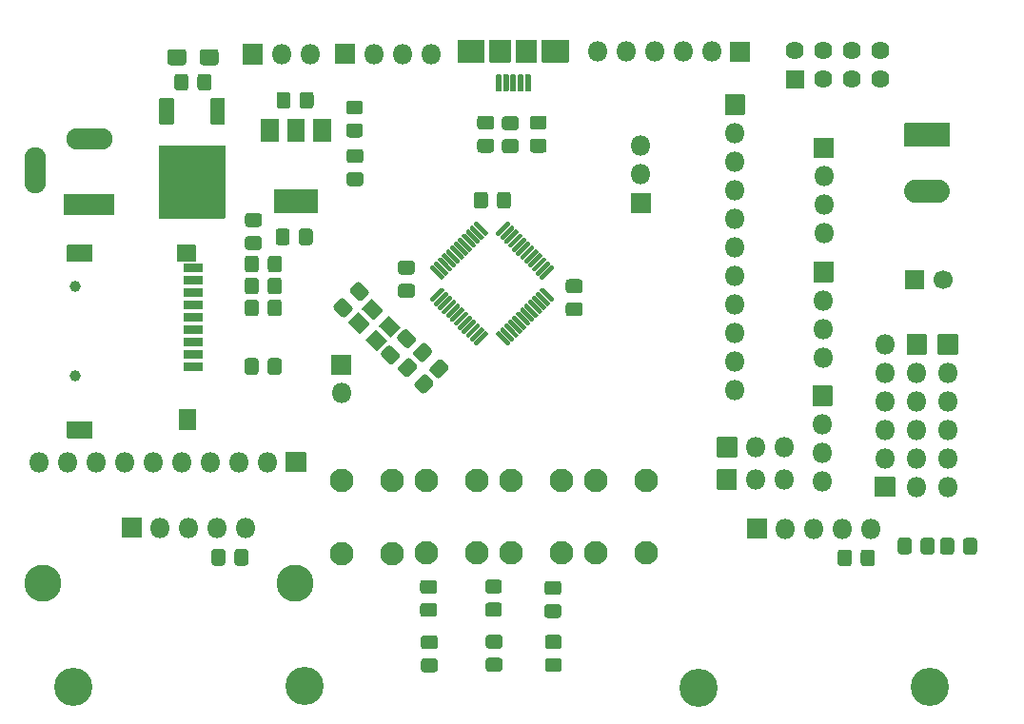
<source format=gbr>
%TF.GenerationSoftware,KiCad,Pcbnew,(5.99.0-3293-g62433736b)*%
%TF.CreationDate,2020-10-14T19:58:00+07:00*%
%TF.ProjectId,C21_board,4332315f-626f-4617-9264-2e6b69636164,rev?*%
%TF.SameCoordinates,Original*%
%TF.FileFunction,Soldermask,Top*%
%TF.FilePolarity,Negative*%
%FSLAX46Y46*%
G04 Gerber Fmt 4.6, Leading zero omitted, Abs format (unit mm)*
G04 Created by KiCad (PCBNEW (5.99.0-3293-g62433736b)) date 2020-10-14 19:58:00*
%MOMM*%
%LPD*%
G01*
G04 APERTURE LIST*
%ADD10O,1.800000X1.800000*%
%ADD11C,3.300000*%
%ADD12C,3.400000*%
%ADD13C,1.000000*%
%ADD14C,1.624000*%
%ADD15O,4.100000X1.900000*%
%ADD16O,1.900000X4.100000*%
%ADD17O,4.060000X2.080000*%
%ADD18C,2.100000*%
%ADD19C,1.700000*%
G04 APERTURE END LIST*
%TO.C,C5*%
G36*
G01*
X119970000Y-66578261D02*
X119970000Y-65621739D01*
G75*
G02*
X120241739Y-65350000I271739J0D01*
G01*
X120948261Y-65350000D01*
G75*
G02*
X121220000Y-65621739I0J-271739D01*
G01*
X121220000Y-66578261D01*
G75*
G02*
X120948261Y-66850000I-271739J0D01*
G01*
X120241739Y-66850000D01*
G75*
G02*
X119970000Y-66578261I0J271739D01*
G01*
G37*
G36*
G01*
X122020000Y-66578261D02*
X122020000Y-65621739D01*
G75*
G02*
X122291739Y-65350000I271739J0D01*
G01*
X122998261Y-65350000D01*
G75*
G02*
X123270000Y-65621739I0J-271739D01*
G01*
X123270000Y-66578261D01*
G75*
G02*
X122998261Y-66850000I-271739J0D01*
G01*
X122291739Y-66850000D01*
G75*
G02*
X122020000Y-66578261I0J271739D01*
G01*
G37*
%TD*%
%TO.C,C6*%
G36*
G01*
X131046739Y-80375000D02*
X132003261Y-80375000D01*
G75*
G02*
X132275000Y-80646739I0J-271739D01*
G01*
X132275000Y-81353261D01*
G75*
G02*
X132003261Y-81625000I-271739J0D01*
G01*
X131046739Y-81625000D01*
G75*
G02*
X130775000Y-81353261I0J271739D01*
G01*
X130775000Y-80646739D01*
G75*
G02*
X131046739Y-80375000I271739J0D01*
G01*
G37*
G36*
G01*
X131046739Y-82425000D02*
X132003261Y-82425000D01*
G75*
G02*
X132275000Y-82696739I0J-271739D01*
G01*
X132275000Y-83403261D01*
G75*
G02*
X132003261Y-83675000I-271739J0D01*
G01*
X131046739Y-83675000D01*
G75*
G02*
X130775000Y-83403261I0J271739D01*
G01*
X130775000Y-82696739D01*
G75*
G02*
X131046739Y-82425000I271739J0D01*
G01*
G37*
%TD*%
%TO.C,C7*%
G36*
G01*
X119890000Y-78743261D02*
X119890000Y-77786739D01*
G75*
G02*
X120161739Y-77515000I271739J0D01*
G01*
X120868261Y-77515000D01*
G75*
G02*
X121140000Y-77786739I0J-271739D01*
G01*
X121140000Y-78743261D01*
G75*
G02*
X120868261Y-79015000I-271739J0D01*
G01*
X120161739Y-79015000D01*
G75*
G02*
X119890000Y-78743261I0J271739D01*
G01*
G37*
G36*
G01*
X121940000Y-78743261D02*
X121940000Y-77786739D01*
G75*
G02*
X122211739Y-77515000I271739J0D01*
G01*
X122918261Y-77515000D01*
G75*
G02*
X123190000Y-77786739I0J-271739D01*
G01*
X123190000Y-78743261D01*
G75*
G02*
X122918261Y-79015000I-271739J0D01*
G01*
X122211739Y-79015000D01*
G75*
G02*
X121940000Y-78743261I0J271739D01*
G01*
G37*
%TD*%
%TO.C,C8*%
G36*
G01*
X133854907Y-91453544D02*
X133178544Y-92129907D01*
G75*
G02*
X132794248Y-92129907I-192148J192148D01*
G01*
X132294661Y-91630320D01*
G75*
G02*
X132294661Y-91246024I192148J192148D01*
G01*
X132971024Y-90569661D01*
G75*
G02*
X133355320Y-90569661I192148J-192148D01*
G01*
X133854907Y-91069248D01*
G75*
G02*
X133854907Y-91453544I-192148J-192148D01*
G01*
G37*
G36*
G01*
X132405339Y-90003976D02*
X131728976Y-90680339D01*
G75*
G02*
X131344680Y-90680339I-192148J192148D01*
G01*
X130845093Y-90180752D01*
G75*
G02*
X130845093Y-89796456I192148J192148D01*
G01*
X131521456Y-89120093D01*
G75*
G02*
X131905752Y-89120093I192148J-192148D01*
G01*
X132405339Y-89619680D01*
G75*
G02*
X132405339Y-90003976I-192148J-192148D01*
G01*
G37*
%TD*%
%TO.C,C10*%
G36*
G01*
X145971739Y-82025000D02*
X146928261Y-82025000D01*
G75*
G02*
X147200000Y-82296739I0J-271739D01*
G01*
X147200000Y-83003261D01*
G75*
G02*
X146928261Y-83275000I-271739J0D01*
G01*
X145971739Y-83275000D01*
G75*
G02*
X145700000Y-83003261I0J271739D01*
G01*
X145700000Y-82296739D01*
G75*
G02*
X145971739Y-82025000I271739J0D01*
G01*
G37*
G36*
G01*
X145971739Y-84075000D02*
X146928261Y-84075000D01*
G75*
G02*
X147200000Y-84346739I0J-271739D01*
G01*
X147200000Y-85053261D01*
G75*
G02*
X146928261Y-85325000I-271739J0D01*
G01*
X145971739Y-85325000D01*
G75*
G02*
X145700000Y-85053261I0J271739D01*
G01*
X145700000Y-84346739D01*
G75*
G02*
X145971739Y-84075000I271739J0D01*
G01*
G37*
%TD*%
%TO.C,C11*%
G36*
G01*
X137525000Y-75478261D02*
X137525000Y-74521739D01*
G75*
G02*
X137796739Y-74250000I271739J0D01*
G01*
X138503261Y-74250000D01*
G75*
G02*
X138775000Y-74521739I0J-271739D01*
G01*
X138775000Y-75478261D01*
G75*
G02*
X138503261Y-75750000I-271739J0D01*
G01*
X137796739Y-75750000D01*
G75*
G02*
X137525000Y-75478261I0J271739D01*
G01*
G37*
G36*
G01*
X139575000Y-75478261D02*
X139575000Y-74521739D01*
G75*
G02*
X139846739Y-74250000I271739J0D01*
G01*
X140553261Y-74250000D01*
G75*
G02*
X140825000Y-74521739I0J-271739D01*
G01*
X140825000Y-75478261D01*
G75*
G02*
X140553261Y-75750000I-271739J0D01*
G01*
X139846739Y-75750000D01*
G75*
G02*
X139575000Y-75478261I0J271739D01*
G01*
G37*
%TD*%
%TO.C,C12*%
G36*
G01*
X114175000Y-107253261D02*
X114175000Y-106296739D01*
G75*
G02*
X114446739Y-106025000I271739J0D01*
G01*
X115153261Y-106025000D01*
G75*
G02*
X115425000Y-106296739I0J-271739D01*
G01*
X115425000Y-107253261D01*
G75*
G02*
X115153261Y-107525000I-271739J0D01*
G01*
X114446739Y-107525000D01*
G75*
G02*
X114175000Y-107253261I0J271739D01*
G01*
G37*
G36*
G01*
X116225000Y-107253261D02*
X116225000Y-106296739D01*
G75*
G02*
X116496739Y-106025000I271739J0D01*
G01*
X117203261Y-106025000D01*
G75*
G02*
X117475000Y-106296739I0J-271739D01*
G01*
X117475000Y-107253261D01*
G75*
G02*
X117203261Y-107525000I-271739J0D01*
G01*
X116496739Y-107525000D01*
G75*
G02*
X116225000Y-107253261I0J271739D01*
G01*
G37*
%TD*%
%TO.C,C15*%
G36*
G01*
X135204907Y-90103544D02*
X134528544Y-90779907D01*
G75*
G02*
X134144248Y-90779907I-192148J192148D01*
G01*
X133644661Y-90280320D01*
G75*
G02*
X133644661Y-89896024I192148J192148D01*
G01*
X134321024Y-89219661D01*
G75*
G02*
X134705320Y-89219661I192148J-192148D01*
G01*
X135204907Y-89719248D01*
G75*
G02*
X135204907Y-90103544I-192148J-192148D01*
G01*
G37*
G36*
G01*
X133755339Y-88653976D02*
X133078976Y-89330339D01*
G75*
G02*
X132694680Y-89330339I-192148J192148D01*
G01*
X132195093Y-88830752D01*
G75*
G02*
X132195093Y-88446456I192148J192148D01*
G01*
X132871456Y-87770093D01*
G75*
G02*
X133255752Y-87770093I192148J-192148D01*
G01*
X133755339Y-88269680D01*
G75*
G02*
X133755339Y-88653976I-192148J-192148D01*
G01*
G37*
%TD*%
%TO.C,3.3v*%
G36*
G01*
X126431739Y-66115000D02*
X127388261Y-66115000D01*
G75*
G02*
X127660000Y-66386739I0J-271739D01*
G01*
X127660000Y-67093261D01*
G75*
G02*
X127388261Y-67365000I-271739J0D01*
G01*
X126431739Y-67365000D01*
G75*
G02*
X126160000Y-67093261I0J271739D01*
G01*
X126160000Y-66386739D01*
G75*
G02*
X126431739Y-66115000I271739J0D01*
G01*
G37*
G36*
G01*
X126431739Y-68165000D02*
X127388261Y-68165000D01*
G75*
G02*
X127660000Y-68436739I0J-271739D01*
G01*
X127660000Y-69143261D01*
G75*
G02*
X127388261Y-69415000I-271739J0D01*
G01*
X126431739Y-69415000D01*
G75*
G02*
X126160000Y-69143261I0J271739D01*
G01*
X126160000Y-68436739D01*
G75*
G02*
X126431739Y-68165000I271739J0D01*
G01*
G37*
%TD*%
%TO.C,BOOT0*%
G36*
G01*
X118697059Y-62900000D02*
X117002941Y-62900000D01*
G75*
G02*
X116950000Y-62847059I0J52941D01*
G01*
X116950000Y-61152941D01*
G75*
G02*
X117002941Y-61100000I52941J0D01*
G01*
X118697059Y-61100000D01*
G75*
G02*
X118750000Y-61152941I0J-52941D01*
G01*
X118750000Y-62847059D01*
G75*
G02*
X118697059Y-62900000I-52941J0D01*
G01*
G37*
D10*
X120390000Y-62000000D03*
X122930000Y-62000000D03*
%TD*%
%TO.C,MPU9250*%
G36*
G01*
X120842941Y-97395000D02*
X122537059Y-97395000D01*
G75*
G02*
X122590000Y-97447941I0J-52941D01*
G01*
X122590000Y-99142059D01*
G75*
G02*
X122537059Y-99195000I-52941J0D01*
G01*
X120842941Y-99195000D01*
G75*
G02*
X120790000Y-99142059I0J52941D01*
G01*
X120790000Y-97447941D01*
G75*
G02*
X120842941Y-97395000I52941J0D01*
G01*
G37*
X119150000Y-98295000D03*
X116610000Y-98295000D03*
X114070000Y-98295000D03*
X111530000Y-98295000D03*
X108990000Y-98295000D03*
X106450000Y-98295000D03*
X103910000Y-98295000D03*
X101370000Y-98295000D03*
X98830000Y-98295000D03*
D11*
X121640000Y-109120000D03*
X99190000Y-109070000D03*
%TD*%
%TO.C,J4*%
G36*
G01*
X163562059Y-105125000D02*
X161867941Y-105125000D01*
G75*
G02*
X161815000Y-105072059I0J52941D01*
G01*
X161815000Y-103377941D01*
G75*
G02*
X161867941Y-103325000I52941J0D01*
G01*
X163562059Y-103325000D01*
G75*
G02*
X163615000Y-103377941I0J-52941D01*
G01*
X163615000Y-105072059D01*
G75*
G02*
X163562059Y-105125000I-52941J0D01*
G01*
G37*
D10*
X165255000Y-104225000D03*
X167795000Y-104225000D03*
X170335000Y-104225000D03*
X172875000Y-104225000D03*
D12*
X157515000Y-118375000D03*
X178105000Y-118315000D03*
%TD*%
%TO.C,3.3v CLK DIO GND*%
G36*
G01*
X126917059Y-62890000D02*
X125222941Y-62890000D01*
G75*
G02*
X125170000Y-62837059I0J52941D01*
G01*
X125170000Y-61142941D01*
G75*
G02*
X125222941Y-61090000I52941J0D01*
G01*
X126917059Y-61090000D01*
G75*
G02*
X126970000Y-61142941I0J-52941D01*
G01*
X126970000Y-62837059D01*
G75*
G02*
X126917059Y-62890000I-52941J0D01*
G01*
G37*
D10*
X128610000Y-61990000D03*
X131150000Y-61990000D03*
X133690000Y-61990000D03*
%TD*%
%TO.C,HC05*%
G36*
G01*
X160352941Y-60875000D02*
X162047059Y-60875000D01*
G75*
G02*
X162100000Y-60927941I0J-52941D01*
G01*
X162100000Y-62622059D01*
G75*
G02*
X162047059Y-62675000I-52941J0D01*
G01*
X160352941Y-62675000D01*
G75*
G02*
X160300000Y-62622059I0J52941D01*
G01*
X160300000Y-60927941D01*
G75*
G02*
X160352941Y-60875000I52941J0D01*
G01*
G37*
X158660000Y-61775000D03*
X156120000Y-61775000D03*
X153580000Y-61775000D03*
X151040000Y-61775000D03*
X148500000Y-61775000D03*
%TD*%
%TO.C,J7*%
G36*
G01*
X107922059Y-105050000D02*
X106227941Y-105050000D01*
G75*
G02*
X106175000Y-104997059I0J52941D01*
G01*
X106175000Y-103302941D01*
G75*
G02*
X106227941Y-103250000I52941J0D01*
G01*
X107922059Y-103250000D01*
G75*
G02*
X107975000Y-103302941I0J-52941D01*
G01*
X107975000Y-104997059D01*
G75*
G02*
X107922059Y-105050000I-52941J0D01*
G01*
G37*
X109615000Y-104150000D03*
X112155000Y-104150000D03*
X114695000Y-104150000D03*
X117235000Y-104150000D03*
D12*
X101875000Y-118300000D03*
X122465000Y-118240000D03*
%TD*%
%TO.C,LCD*%
G36*
G01*
X159850000Y-67347059D02*
X159850000Y-65652941D01*
G75*
G02*
X159902941Y-65600000I52941J0D01*
G01*
X161597059Y-65600000D01*
G75*
G02*
X161650000Y-65652941I0J-52941D01*
G01*
X161650000Y-67347059D01*
G75*
G02*
X161597059Y-67400000I-52941J0D01*
G01*
X159902941Y-67400000D01*
G75*
G02*
X159850000Y-67347059I0J52941D01*
G01*
G37*
D10*
X160750000Y-69040000D03*
X160750000Y-71580000D03*
X160750000Y-74120000D03*
X160750000Y-76660000D03*
X160750000Y-79200000D03*
X160750000Y-81740000D03*
X160750000Y-84280000D03*
X160750000Y-86820000D03*
X160750000Y-89360000D03*
X160750000Y-91900000D03*
%TD*%
%TO.C,SD CARD*%
G36*
G01*
X111767143Y-89425000D02*
X113352857Y-89425000D01*
G75*
G02*
X113410000Y-89482143I0J-57143D01*
G01*
X113410000Y-90167857D01*
G75*
G02*
X113352857Y-90225000I-57143J0D01*
G01*
X111767143Y-90225000D01*
G75*
G02*
X111710000Y-90167857I0J57143D01*
G01*
X111710000Y-89482143D01*
G75*
G02*
X111767143Y-89425000I57143J0D01*
G01*
G37*
G36*
G01*
X111767143Y-88325000D02*
X113352857Y-88325000D01*
G75*
G02*
X113410000Y-88382143I0J-57143D01*
G01*
X113410000Y-89067857D01*
G75*
G02*
X113352857Y-89125000I-57143J0D01*
G01*
X111767143Y-89125000D01*
G75*
G02*
X111710000Y-89067857I0J57143D01*
G01*
X111710000Y-88382143D01*
G75*
G02*
X111767143Y-88325000I57143J0D01*
G01*
G37*
G36*
G01*
X111767143Y-87225000D02*
X113352857Y-87225000D01*
G75*
G02*
X113410000Y-87282143I0J-57143D01*
G01*
X113410000Y-87967857D01*
G75*
G02*
X113352857Y-88025000I-57143J0D01*
G01*
X111767143Y-88025000D01*
G75*
G02*
X111710000Y-87967857I0J57143D01*
G01*
X111710000Y-87282143D01*
G75*
G02*
X111767143Y-87225000I57143J0D01*
G01*
G37*
G36*
G01*
X111767143Y-86125000D02*
X113352857Y-86125000D01*
G75*
G02*
X113410000Y-86182143I0J-57143D01*
G01*
X113410000Y-86867857D01*
G75*
G02*
X113352857Y-86925000I-57143J0D01*
G01*
X111767143Y-86925000D01*
G75*
G02*
X111710000Y-86867857I0J57143D01*
G01*
X111710000Y-86182143D01*
G75*
G02*
X111767143Y-86125000I57143J0D01*
G01*
G37*
G36*
G01*
X111767143Y-85025000D02*
X113352857Y-85025000D01*
G75*
G02*
X113410000Y-85082143I0J-57143D01*
G01*
X113410000Y-85767857D01*
G75*
G02*
X113352857Y-85825000I-57143J0D01*
G01*
X111767143Y-85825000D01*
G75*
G02*
X111710000Y-85767857I0J57143D01*
G01*
X111710000Y-85082143D01*
G75*
G02*
X111767143Y-85025000I57143J0D01*
G01*
G37*
G36*
G01*
X111767143Y-83925000D02*
X113352857Y-83925000D01*
G75*
G02*
X113410000Y-83982143I0J-57143D01*
G01*
X113410000Y-84667857D01*
G75*
G02*
X113352857Y-84725000I-57143J0D01*
G01*
X111767143Y-84725000D01*
G75*
G02*
X111710000Y-84667857I0J57143D01*
G01*
X111710000Y-83982143D01*
G75*
G02*
X111767143Y-83925000I57143J0D01*
G01*
G37*
G36*
G01*
X111767143Y-82825000D02*
X113352857Y-82825000D01*
G75*
G02*
X113410000Y-82882143I0J-57143D01*
G01*
X113410000Y-83567857D01*
G75*
G02*
X113352857Y-83625000I-57143J0D01*
G01*
X111767143Y-83625000D01*
G75*
G02*
X111710000Y-83567857I0J57143D01*
G01*
X111710000Y-82882143D01*
G75*
G02*
X111767143Y-82825000I57143J0D01*
G01*
G37*
G36*
G01*
X111767143Y-81725000D02*
X113352857Y-81725000D01*
G75*
G02*
X113410000Y-81782143I0J-57143D01*
G01*
X113410000Y-82467857D01*
G75*
G02*
X113352857Y-82525000I-57143J0D01*
G01*
X111767143Y-82525000D01*
G75*
G02*
X111710000Y-82467857I0J57143D01*
G01*
X111710000Y-81782143D01*
G75*
G02*
X111767143Y-81725000I57143J0D01*
G01*
G37*
G36*
G01*
X111767143Y-80625000D02*
X113352857Y-80625000D01*
G75*
G02*
X113410000Y-80682143I0J-57143D01*
G01*
X113410000Y-81367857D01*
G75*
G02*
X113352857Y-81425000I-57143J0D01*
G01*
X111767143Y-81425000D01*
G75*
G02*
X111710000Y-81367857I0J57143D01*
G01*
X111710000Y-80682143D01*
G75*
G02*
X111767143Y-80625000I57143J0D01*
G01*
G37*
G36*
G01*
X111163571Y-78975000D02*
X112756429Y-78975000D01*
G75*
G02*
X112810000Y-79028571I0J-53571D01*
G01*
X112810000Y-80421429D01*
G75*
G02*
X112756429Y-80475000I-53571J0D01*
G01*
X111163571Y-80475000D01*
G75*
G02*
X111110000Y-80421429I0J53571D01*
G01*
X111110000Y-79028571D01*
G75*
G02*
X111163571Y-78975000I53571J0D01*
G01*
G37*
G36*
G01*
X101363571Y-78975000D02*
X103556429Y-78975000D01*
G75*
G02*
X103610000Y-79028571I0J-53571D01*
G01*
X103610000Y-80421429D01*
G75*
G02*
X103556429Y-80475000I-53571J0D01*
G01*
X101363571Y-80475000D01*
G75*
G02*
X101310000Y-80421429I0J53571D01*
G01*
X101310000Y-79028571D01*
G75*
G02*
X101363571Y-78975000I53571J0D01*
G01*
G37*
G36*
G01*
X101363571Y-94675000D02*
X103556429Y-94675000D01*
G75*
G02*
X103610000Y-94728571I0J-53571D01*
G01*
X103610000Y-96121429D01*
G75*
G02*
X103556429Y-96175000I-53571J0D01*
G01*
X101363571Y-96175000D01*
G75*
G02*
X101310000Y-96121429I0J53571D01*
G01*
X101310000Y-94728571D01*
G75*
G02*
X101363571Y-94675000I53571J0D01*
G01*
G37*
G36*
G01*
X111363571Y-93575000D02*
X112756429Y-93575000D01*
G75*
G02*
X112810000Y-93628571I0J-53571D01*
G01*
X112810000Y-95421429D01*
G75*
G02*
X112756429Y-95475000I-53571J0D01*
G01*
X111363571Y-95475000D01*
G75*
G02*
X111310000Y-95421429I0J53571D01*
G01*
X111310000Y-93628571D01*
G75*
G02*
X111363571Y-93575000I53571J0D01*
G01*
G37*
D13*
X102060000Y-90625000D03*
X102060000Y-82625000D03*
%TD*%
%TO.C,R1*%
G36*
G01*
X139053261Y-70770000D02*
X138096739Y-70770000D01*
G75*
G02*
X137825000Y-70498261I0J271739D01*
G01*
X137825000Y-69791739D01*
G75*
G02*
X138096739Y-69520000I271739J0D01*
G01*
X139053261Y-69520000D01*
G75*
G02*
X139325000Y-69791739I0J-271739D01*
G01*
X139325000Y-70498261D01*
G75*
G02*
X139053261Y-70770000I-271739J0D01*
G01*
G37*
G36*
G01*
X139053261Y-68720000D02*
X138096739Y-68720000D01*
G75*
G02*
X137825000Y-68448261I0J271739D01*
G01*
X137825000Y-67741739D01*
G75*
G02*
X138096739Y-67470000I271739J0D01*
G01*
X139053261Y-67470000D01*
G75*
G02*
X139325000Y-67741739I0J-271739D01*
G01*
X139325000Y-68448261D01*
G75*
G02*
X139053261Y-68720000I-271739J0D01*
G01*
G37*
%TD*%
%TO.C,R3*%
G36*
G01*
X126471739Y-70441250D02*
X127428261Y-70441250D01*
G75*
G02*
X127700000Y-70712989I0J-271739D01*
G01*
X127700000Y-71419511D01*
G75*
G02*
X127428261Y-71691250I-271739J0D01*
G01*
X126471739Y-71691250D01*
G75*
G02*
X126200000Y-71419511I0J271739D01*
G01*
X126200000Y-70712989D01*
G75*
G02*
X126471739Y-70441250I271739J0D01*
G01*
G37*
G36*
G01*
X126471739Y-72491250D02*
X127428261Y-72491250D01*
G75*
G02*
X127700000Y-72762989I0J-271739D01*
G01*
X127700000Y-73469511D01*
G75*
G02*
X127428261Y-73741250I-271739J0D01*
G01*
X126471739Y-73741250D01*
G75*
G02*
X126200000Y-73469511I0J271739D01*
G01*
X126200000Y-72762989D01*
G75*
G02*
X126471739Y-72491250I271739J0D01*
G01*
G37*
%TD*%
%TO.C,R4*%
G36*
G01*
X141258261Y-70810000D02*
X140301739Y-70810000D01*
G75*
G02*
X140030000Y-70538261I0J271739D01*
G01*
X140030000Y-69831739D01*
G75*
G02*
X140301739Y-69560000I271739J0D01*
G01*
X141258261Y-69560000D01*
G75*
G02*
X141530000Y-69831739I0J-271739D01*
G01*
X141530000Y-70538261D01*
G75*
G02*
X141258261Y-70810000I-271739J0D01*
G01*
G37*
G36*
G01*
X141258261Y-68760000D02*
X140301739Y-68760000D01*
G75*
G02*
X140030000Y-68488261I0J271739D01*
G01*
X140030000Y-67781739D01*
G75*
G02*
X140301739Y-67510000I271739J0D01*
G01*
X141258261Y-67510000D01*
G75*
G02*
X141530000Y-67781739I0J-271739D01*
G01*
X141530000Y-68488261D01*
G75*
G02*
X141258261Y-68760000I-271739J0D01*
G01*
G37*
%TD*%
%TO.C,R5*%
G36*
G01*
X143738261Y-70770000D02*
X142781739Y-70770000D01*
G75*
G02*
X142510000Y-70498261I0J271739D01*
G01*
X142510000Y-69791739D01*
G75*
G02*
X142781739Y-69520000I271739J0D01*
G01*
X143738261Y-69520000D01*
G75*
G02*
X144010000Y-69791739I0J-271739D01*
G01*
X144010000Y-70498261D01*
G75*
G02*
X143738261Y-70770000I-271739J0D01*
G01*
G37*
G36*
G01*
X143738261Y-68720000D02*
X142781739Y-68720000D01*
G75*
G02*
X142510000Y-68448261I0J271739D01*
G01*
X142510000Y-67741739D01*
G75*
G02*
X142781739Y-67470000I271739J0D01*
G01*
X143738261Y-67470000D01*
G75*
G02*
X144010000Y-67741739I0J-271739D01*
G01*
X144010000Y-68448261D01*
G75*
G02*
X143738261Y-68720000I-271739J0D01*
G01*
G37*
%TD*%
%TO.C,R6*%
G36*
G01*
X117125010Y-90263251D02*
X117125010Y-89306729D01*
G75*
G02*
X117396749Y-89034990I271739J0D01*
G01*
X118103271Y-89034990D01*
G75*
G02*
X118375010Y-89306729I0J-271739D01*
G01*
X118375010Y-90263251D01*
G75*
G02*
X118103271Y-90534990I-271739J0D01*
G01*
X117396749Y-90534990D01*
G75*
G02*
X117125010Y-90263251I0J271739D01*
G01*
G37*
G36*
G01*
X119175010Y-90263251D02*
X119175010Y-89306729D01*
G75*
G02*
X119446749Y-89034990I271739J0D01*
G01*
X120153271Y-89034990D01*
G75*
G02*
X120425010Y-89306729I0J-271739D01*
G01*
X120425010Y-90263251D01*
G75*
G02*
X120153271Y-90534990I-271739J0D01*
G01*
X119446749Y-90534990D01*
G75*
G02*
X119175010Y-90263251I0J271739D01*
G01*
G37*
%TD*%
%TO.C,R7*%
G36*
G01*
X117135000Y-83108261D02*
X117135000Y-82151739D01*
G75*
G02*
X117406739Y-81880000I271739J0D01*
G01*
X118113261Y-81880000D01*
G75*
G02*
X118385000Y-82151739I0J-271739D01*
G01*
X118385000Y-83108261D01*
G75*
G02*
X118113261Y-83380000I-271739J0D01*
G01*
X117406739Y-83380000D01*
G75*
G02*
X117135000Y-83108261I0J271739D01*
G01*
G37*
G36*
G01*
X119185000Y-83108261D02*
X119185000Y-82151739D01*
G75*
G02*
X119456739Y-81880000I271739J0D01*
G01*
X120163261Y-81880000D01*
G75*
G02*
X120435000Y-82151739I0J-271739D01*
G01*
X120435000Y-83108261D01*
G75*
G02*
X120163261Y-83380000I-271739J0D01*
G01*
X119456739Y-83380000D01*
G75*
G02*
X119185000Y-83108261I0J271739D01*
G01*
G37*
%TD*%
%TO.C,R8*%
G36*
G01*
X117145000Y-81158261D02*
X117145000Y-80201739D01*
G75*
G02*
X117416739Y-79930000I271739J0D01*
G01*
X118123261Y-79930000D01*
G75*
G02*
X118395000Y-80201739I0J-271739D01*
G01*
X118395000Y-81158261D01*
G75*
G02*
X118123261Y-81430000I-271739J0D01*
G01*
X117416739Y-81430000D01*
G75*
G02*
X117145000Y-81158261I0J271739D01*
G01*
G37*
G36*
G01*
X119195000Y-81158261D02*
X119195000Y-80201739D01*
G75*
G02*
X119466739Y-79930000I271739J0D01*
G01*
X120173261Y-79930000D01*
G75*
G02*
X120445000Y-80201739I0J-271739D01*
G01*
X120445000Y-81158261D01*
G75*
G02*
X120173261Y-81430000I-271739J0D01*
G01*
X119466739Y-81430000D01*
G75*
G02*
X119195000Y-81158261I0J271739D01*
G01*
G37*
%TD*%
%TO.C,R9*%
G36*
G01*
X117135000Y-85058261D02*
X117135000Y-84101739D01*
G75*
G02*
X117406739Y-83830000I271739J0D01*
G01*
X118113261Y-83830000D01*
G75*
G02*
X118385000Y-84101739I0J-271739D01*
G01*
X118385000Y-85058261D01*
G75*
G02*
X118113261Y-85330000I-271739J0D01*
G01*
X117406739Y-85330000D01*
G75*
G02*
X117135000Y-85058261I0J271739D01*
G01*
G37*
G36*
G01*
X119185000Y-85058261D02*
X119185000Y-84101739D01*
G75*
G02*
X119456739Y-83830000I271739J0D01*
G01*
X120163261Y-83830000D01*
G75*
G02*
X120435000Y-84101739I0J-271739D01*
G01*
X120435000Y-85058261D01*
G75*
G02*
X120163261Y-85330000I-271739J0D01*
G01*
X119456739Y-85330000D01*
G75*
G02*
X119185000Y-85058261I0J271739D01*
G01*
G37*
%TD*%
%TO.C,AMS1117*%
G36*
G01*
X123253333Y-67725000D02*
X124746667Y-67725000D01*
G75*
G02*
X124800000Y-67778333I0J-53333D01*
G01*
X124800000Y-69771667D01*
G75*
G02*
X124746667Y-69825000I-53333J0D01*
G01*
X123253333Y-69825000D01*
G75*
G02*
X123200000Y-69771667I0J53333D01*
G01*
X123200000Y-67778333D01*
G75*
G02*
X123253333Y-67725000I53333J0D01*
G01*
G37*
G36*
G01*
X120953333Y-67725000D02*
X122446667Y-67725000D01*
G75*
G02*
X122500000Y-67778333I0J-53333D01*
G01*
X122500000Y-69771667D01*
G75*
G02*
X122446667Y-69825000I-53333J0D01*
G01*
X120953333Y-69825000D01*
G75*
G02*
X120900000Y-69771667I0J53333D01*
G01*
X120900000Y-67778333D01*
G75*
G02*
X120953333Y-67725000I53333J0D01*
G01*
G37*
G36*
G01*
X119802500Y-74025000D02*
X123597500Y-74025000D01*
G75*
G02*
X123650000Y-74077500I0J-52500D01*
G01*
X123650000Y-76072500D01*
G75*
G02*
X123597500Y-76125000I-52500J0D01*
G01*
X119802500Y-76125000D01*
G75*
G02*
X119750000Y-76072500I0J52500D01*
G01*
X119750000Y-74077500D01*
G75*
G02*
X119802500Y-74025000I52500J0D01*
G01*
G37*
G36*
G01*
X118653333Y-67725000D02*
X120146667Y-67725000D01*
G75*
G02*
X120200000Y-67778333I0J-53333D01*
G01*
X120200000Y-69771667D01*
G75*
G02*
X120146667Y-69825000I-53333J0D01*
G01*
X118653333Y-69825000D01*
G75*
G02*
X118600000Y-69771667I0J53333D01*
G01*
X118600000Y-67778333D01*
G75*
G02*
X118653333Y-67725000I53333J0D01*
G01*
G37*
%TD*%
%TO.C,nRF24*%
G36*
G01*
X166858719Y-65037000D02*
X165341281Y-65037000D01*
G75*
G02*
X165288000Y-64983719I0J53281D01*
G01*
X165288000Y-63466281D01*
G75*
G02*
X165341281Y-63413000I53281J0D01*
G01*
X166858719Y-63413000D01*
G75*
G02*
X166912000Y-63466281I0J-53281D01*
G01*
X166912000Y-64983719D01*
G75*
G02*
X166858719Y-65037000I-53281J0D01*
G01*
G37*
D14*
X166100000Y-61685000D03*
X168640000Y-64225000D03*
X168640000Y-61685000D03*
X171180000Y-64225000D03*
X171180000Y-61685000D03*
X173720000Y-64225000D03*
X173720000Y-61685000D03*
%TD*%
%TO.C,STM32*%
G36*
G01*
X133775988Y-84051346D02*
X133634566Y-83909924D01*
G75*
G02*
X133634566Y-83768502I70711J70711D01*
G01*
X134606838Y-82796230D01*
G75*
G02*
X134748260Y-82796230I70711J-70711D01*
G01*
X134889682Y-82937652D01*
G75*
G02*
X134889682Y-83079074I-70711J-70711D01*
G01*
X133917410Y-84051346D01*
G75*
G02*
X133775988Y-84051346I-70711J70711D01*
G01*
G37*
G36*
G01*
X134129542Y-84404900D02*
X133988120Y-84263478D01*
G75*
G02*
X133988120Y-84122056I70711J70711D01*
G01*
X134960392Y-83149784D01*
G75*
G02*
X135101814Y-83149784I70711J-70711D01*
G01*
X135243236Y-83291206D01*
G75*
G02*
X135243236Y-83432628I-70711J-70711D01*
G01*
X134270964Y-84404900D01*
G75*
G02*
X134129542Y-84404900I-70711J70711D01*
G01*
G37*
G36*
G01*
X134483095Y-84758453D02*
X134341673Y-84617031D01*
G75*
G02*
X134341673Y-84475609I70711J70711D01*
G01*
X135313945Y-83503337D01*
G75*
G02*
X135455367Y-83503337I70711J-70711D01*
G01*
X135596789Y-83644759D01*
G75*
G02*
X135596789Y-83786181I-70711J-70711D01*
G01*
X134624517Y-84758453D01*
G75*
G02*
X134483095Y-84758453I-70711J70711D01*
G01*
G37*
G36*
G01*
X134836649Y-85112007D02*
X134695227Y-84970585D01*
G75*
G02*
X134695227Y-84829163I70711J70711D01*
G01*
X135667499Y-83856891D01*
G75*
G02*
X135808921Y-83856891I70711J-70711D01*
G01*
X135950343Y-83998313D01*
G75*
G02*
X135950343Y-84139735I-70711J-70711D01*
G01*
X134978071Y-85112007D01*
G75*
G02*
X134836649Y-85112007I-70711J70711D01*
G01*
G37*
G36*
G01*
X135190202Y-85465560D02*
X135048780Y-85324138D01*
G75*
G02*
X135048780Y-85182716I70711J70711D01*
G01*
X136021052Y-84210444D01*
G75*
G02*
X136162474Y-84210444I70711J-70711D01*
G01*
X136303896Y-84351866D01*
G75*
G02*
X136303896Y-84493288I-70711J-70711D01*
G01*
X135331624Y-85465560D01*
G75*
G02*
X135190202Y-85465560I-70711J70711D01*
G01*
G37*
G36*
G01*
X135543755Y-85819113D02*
X135402333Y-85677691D01*
G75*
G02*
X135402333Y-85536269I70711J70711D01*
G01*
X136374605Y-84563997D01*
G75*
G02*
X136516027Y-84563997I70711J-70711D01*
G01*
X136657449Y-84705419D01*
G75*
G02*
X136657449Y-84846841I-70711J-70711D01*
G01*
X135685177Y-85819113D01*
G75*
G02*
X135543755Y-85819113I-70711J70711D01*
G01*
G37*
G36*
G01*
X135897309Y-86172667D02*
X135755887Y-86031245D01*
G75*
G02*
X135755887Y-85889823I70711J70711D01*
G01*
X136728159Y-84917551D01*
G75*
G02*
X136869581Y-84917551I70711J-70711D01*
G01*
X137011003Y-85058973D01*
G75*
G02*
X137011003Y-85200395I-70711J-70711D01*
G01*
X136038731Y-86172667D01*
G75*
G02*
X135897309Y-86172667I-70711J70711D01*
G01*
G37*
G36*
G01*
X136250862Y-86526220D02*
X136109440Y-86384798D01*
G75*
G02*
X136109440Y-86243376I70711J70711D01*
G01*
X137081712Y-85271104D01*
G75*
G02*
X137223134Y-85271104I70711J-70711D01*
G01*
X137364556Y-85412526D01*
G75*
G02*
X137364556Y-85553948I-70711J-70711D01*
G01*
X136392284Y-86526220D01*
G75*
G02*
X136250862Y-86526220I-70711J70711D01*
G01*
G37*
G36*
G01*
X136604415Y-86879773D02*
X136462993Y-86738351D01*
G75*
G02*
X136462993Y-86596929I70711J70711D01*
G01*
X137435265Y-85624657D01*
G75*
G02*
X137576687Y-85624657I70711J-70711D01*
G01*
X137718109Y-85766079D01*
G75*
G02*
X137718109Y-85907501I-70711J-70711D01*
G01*
X136745837Y-86879773D01*
G75*
G02*
X136604415Y-86879773I-70711J70711D01*
G01*
G37*
G36*
G01*
X136957969Y-87233327D02*
X136816547Y-87091905D01*
G75*
G02*
X136816547Y-86950483I70711J70711D01*
G01*
X137788819Y-85978211D01*
G75*
G02*
X137930241Y-85978211I70711J-70711D01*
G01*
X138071663Y-86119633D01*
G75*
G02*
X138071663Y-86261055I-70711J-70711D01*
G01*
X137099391Y-87233327D01*
G75*
G02*
X136957969Y-87233327I-70711J70711D01*
G01*
G37*
G36*
G01*
X137311522Y-87586880D02*
X137170100Y-87445458D01*
G75*
G02*
X137170100Y-87304036I70711J70711D01*
G01*
X138142372Y-86331764D01*
G75*
G02*
X138283794Y-86331764I70711J-70711D01*
G01*
X138425216Y-86473186D01*
G75*
G02*
X138425216Y-86614608I-70711J-70711D01*
G01*
X137452944Y-87586880D01*
G75*
G02*
X137311522Y-87586880I-70711J70711D01*
G01*
G37*
G36*
G01*
X137665076Y-87940434D02*
X137523654Y-87799012D01*
G75*
G02*
X137523654Y-87657590I70711J70711D01*
G01*
X138495926Y-86685318D01*
G75*
G02*
X138637348Y-86685318I70711J-70711D01*
G01*
X138778770Y-86826740D01*
G75*
G02*
X138778770Y-86968162I-70711J-70711D01*
G01*
X137806498Y-87940434D01*
G75*
G02*
X137665076Y-87940434I-70711J70711D01*
G01*
G37*
G36*
G01*
X140493502Y-87940434D02*
X139521230Y-86968162D01*
G75*
G02*
X139521230Y-86826740I70711J70711D01*
G01*
X139662652Y-86685318D01*
G75*
G02*
X139804074Y-86685318I70711J-70711D01*
G01*
X140776346Y-87657590D01*
G75*
G02*
X140776346Y-87799012I-70711J-70711D01*
G01*
X140634924Y-87940434D01*
G75*
G02*
X140493502Y-87940434I-70711J70711D01*
G01*
G37*
G36*
G01*
X140847056Y-87586880D02*
X139874784Y-86614608D01*
G75*
G02*
X139874784Y-86473186I70711J70711D01*
G01*
X140016206Y-86331764D01*
G75*
G02*
X140157628Y-86331764I70711J-70711D01*
G01*
X141129900Y-87304036D01*
G75*
G02*
X141129900Y-87445458I-70711J-70711D01*
G01*
X140988478Y-87586880D01*
G75*
G02*
X140847056Y-87586880I-70711J70711D01*
G01*
G37*
G36*
G01*
X141200609Y-87233327D02*
X140228337Y-86261055D01*
G75*
G02*
X140228337Y-86119633I70711J70711D01*
G01*
X140369759Y-85978211D01*
G75*
G02*
X140511181Y-85978211I70711J-70711D01*
G01*
X141483453Y-86950483D01*
G75*
G02*
X141483453Y-87091905I-70711J-70711D01*
G01*
X141342031Y-87233327D01*
G75*
G02*
X141200609Y-87233327I-70711J70711D01*
G01*
G37*
G36*
G01*
X141554163Y-86879773D02*
X140581891Y-85907501D01*
G75*
G02*
X140581891Y-85766079I70711J70711D01*
G01*
X140723313Y-85624657D01*
G75*
G02*
X140864735Y-85624657I70711J-70711D01*
G01*
X141837007Y-86596929D01*
G75*
G02*
X141837007Y-86738351I-70711J-70711D01*
G01*
X141695585Y-86879773D01*
G75*
G02*
X141554163Y-86879773I-70711J70711D01*
G01*
G37*
G36*
G01*
X141907716Y-86526220D02*
X140935444Y-85553948D01*
G75*
G02*
X140935444Y-85412526I70711J70711D01*
G01*
X141076866Y-85271104D01*
G75*
G02*
X141218288Y-85271104I70711J-70711D01*
G01*
X142190560Y-86243376D01*
G75*
G02*
X142190560Y-86384798I-70711J-70711D01*
G01*
X142049138Y-86526220D01*
G75*
G02*
X141907716Y-86526220I-70711J70711D01*
G01*
G37*
G36*
G01*
X142261269Y-86172667D02*
X141288997Y-85200395D01*
G75*
G02*
X141288997Y-85058973I70711J70711D01*
G01*
X141430419Y-84917551D01*
G75*
G02*
X141571841Y-84917551I70711J-70711D01*
G01*
X142544113Y-85889823D01*
G75*
G02*
X142544113Y-86031245I-70711J-70711D01*
G01*
X142402691Y-86172667D01*
G75*
G02*
X142261269Y-86172667I-70711J70711D01*
G01*
G37*
G36*
G01*
X142614823Y-85819113D02*
X141642551Y-84846841D01*
G75*
G02*
X141642551Y-84705419I70711J70711D01*
G01*
X141783973Y-84563997D01*
G75*
G02*
X141925395Y-84563997I70711J-70711D01*
G01*
X142897667Y-85536269D01*
G75*
G02*
X142897667Y-85677691I-70711J-70711D01*
G01*
X142756245Y-85819113D01*
G75*
G02*
X142614823Y-85819113I-70711J70711D01*
G01*
G37*
G36*
G01*
X142968376Y-85465560D02*
X141996104Y-84493288D01*
G75*
G02*
X141996104Y-84351866I70711J70711D01*
G01*
X142137526Y-84210444D01*
G75*
G02*
X142278948Y-84210444I70711J-70711D01*
G01*
X143251220Y-85182716D01*
G75*
G02*
X143251220Y-85324138I-70711J-70711D01*
G01*
X143109798Y-85465560D01*
G75*
G02*
X142968376Y-85465560I-70711J70711D01*
G01*
G37*
G36*
G01*
X143321929Y-85112007D02*
X142349657Y-84139735D01*
G75*
G02*
X142349657Y-83998313I70711J70711D01*
G01*
X142491079Y-83856891D01*
G75*
G02*
X142632501Y-83856891I70711J-70711D01*
G01*
X143604773Y-84829163D01*
G75*
G02*
X143604773Y-84970585I-70711J-70711D01*
G01*
X143463351Y-85112007D01*
G75*
G02*
X143321929Y-85112007I-70711J70711D01*
G01*
G37*
G36*
G01*
X143675483Y-84758453D02*
X142703211Y-83786181D01*
G75*
G02*
X142703211Y-83644759I70711J70711D01*
G01*
X142844633Y-83503337D01*
G75*
G02*
X142986055Y-83503337I70711J-70711D01*
G01*
X143958327Y-84475609D01*
G75*
G02*
X143958327Y-84617031I-70711J-70711D01*
G01*
X143816905Y-84758453D01*
G75*
G02*
X143675483Y-84758453I-70711J70711D01*
G01*
G37*
G36*
G01*
X144029036Y-84404900D02*
X143056764Y-83432628D01*
G75*
G02*
X143056764Y-83291206I70711J70711D01*
G01*
X143198186Y-83149784D01*
G75*
G02*
X143339608Y-83149784I70711J-70711D01*
G01*
X144311880Y-84122056D01*
G75*
G02*
X144311880Y-84263478I-70711J-70711D01*
G01*
X144170458Y-84404900D01*
G75*
G02*
X144029036Y-84404900I-70711J70711D01*
G01*
G37*
G36*
G01*
X144382590Y-84051346D02*
X143410318Y-83079074D01*
G75*
G02*
X143410318Y-82937652I70711J70711D01*
G01*
X143551740Y-82796230D01*
G75*
G02*
X143693162Y-82796230I70711J-70711D01*
G01*
X144665434Y-83768502D01*
G75*
G02*
X144665434Y-83909924I-70711J-70711D01*
G01*
X144524012Y-84051346D01*
G75*
G02*
X144382590Y-84051346I-70711J70711D01*
G01*
G37*
G36*
G01*
X143551740Y-82053770D02*
X143410318Y-81912348D01*
G75*
G02*
X143410318Y-81770926I70711J70711D01*
G01*
X144382590Y-80798654D01*
G75*
G02*
X144524012Y-80798654I70711J-70711D01*
G01*
X144665434Y-80940076D01*
G75*
G02*
X144665434Y-81081498I-70711J-70711D01*
G01*
X143693162Y-82053770D01*
G75*
G02*
X143551740Y-82053770I-70711J70711D01*
G01*
G37*
G36*
G01*
X143198186Y-81700216D02*
X143056764Y-81558794D01*
G75*
G02*
X143056764Y-81417372I70711J70711D01*
G01*
X144029036Y-80445100D01*
G75*
G02*
X144170458Y-80445100I70711J-70711D01*
G01*
X144311880Y-80586522D01*
G75*
G02*
X144311880Y-80727944I-70711J-70711D01*
G01*
X143339608Y-81700216D01*
G75*
G02*
X143198186Y-81700216I-70711J70711D01*
G01*
G37*
G36*
G01*
X142844633Y-81346663D02*
X142703211Y-81205241D01*
G75*
G02*
X142703211Y-81063819I70711J70711D01*
G01*
X143675483Y-80091547D01*
G75*
G02*
X143816905Y-80091547I70711J-70711D01*
G01*
X143958327Y-80232969D01*
G75*
G02*
X143958327Y-80374391I-70711J-70711D01*
G01*
X142986055Y-81346663D01*
G75*
G02*
X142844633Y-81346663I-70711J70711D01*
G01*
G37*
G36*
G01*
X142491079Y-80993109D02*
X142349657Y-80851687D01*
G75*
G02*
X142349657Y-80710265I70711J70711D01*
G01*
X143321929Y-79737993D01*
G75*
G02*
X143463351Y-79737993I70711J-70711D01*
G01*
X143604773Y-79879415D01*
G75*
G02*
X143604773Y-80020837I-70711J-70711D01*
G01*
X142632501Y-80993109D01*
G75*
G02*
X142491079Y-80993109I-70711J70711D01*
G01*
G37*
G36*
G01*
X142137526Y-80639556D02*
X141996104Y-80498134D01*
G75*
G02*
X141996104Y-80356712I70711J70711D01*
G01*
X142968376Y-79384440D01*
G75*
G02*
X143109798Y-79384440I70711J-70711D01*
G01*
X143251220Y-79525862D01*
G75*
G02*
X143251220Y-79667284I-70711J-70711D01*
G01*
X142278948Y-80639556D01*
G75*
G02*
X142137526Y-80639556I-70711J70711D01*
G01*
G37*
G36*
G01*
X141783973Y-80286003D02*
X141642551Y-80144581D01*
G75*
G02*
X141642551Y-80003159I70711J70711D01*
G01*
X142614823Y-79030887D01*
G75*
G02*
X142756245Y-79030887I70711J-70711D01*
G01*
X142897667Y-79172309D01*
G75*
G02*
X142897667Y-79313731I-70711J-70711D01*
G01*
X141925395Y-80286003D01*
G75*
G02*
X141783973Y-80286003I-70711J70711D01*
G01*
G37*
G36*
G01*
X141430419Y-79932449D02*
X141288997Y-79791027D01*
G75*
G02*
X141288997Y-79649605I70711J70711D01*
G01*
X142261269Y-78677333D01*
G75*
G02*
X142402691Y-78677333I70711J-70711D01*
G01*
X142544113Y-78818755D01*
G75*
G02*
X142544113Y-78960177I-70711J-70711D01*
G01*
X141571841Y-79932449D01*
G75*
G02*
X141430419Y-79932449I-70711J70711D01*
G01*
G37*
G36*
G01*
X141076866Y-79578896D02*
X140935444Y-79437474D01*
G75*
G02*
X140935444Y-79296052I70711J70711D01*
G01*
X141907716Y-78323780D01*
G75*
G02*
X142049138Y-78323780I70711J-70711D01*
G01*
X142190560Y-78465202D01*
G75*
G02*
X142190560Y-78606624I-70711J-70711D01*
G01*
X141218288Y-79578896D01*
G75*
G02*
X141076866Y-79578896I-70711J70711D01*
G01*
G37*
G36*
G01*
X140723313Y-79225343D02*
X140581891Y-79083921D01*
G75*
G02*
X140581891Y-78942499I70711J70711D01*
G01*
X141554163Y-77970227D01*
G75*
G02*
X141695585Y-77970227I70711J-70711D01*
G01*
X141837007Y-78111649D01*
G75*
G02*
X141837007Y-78253071I-70711J-70711D01*
G01*
X140864735Y-79225343D01*
G75*
G02*
X140723313Y-79225343I-70711J70711D01*
G01*
G37*
G36*
G01*
X140369759Y-78871789D02*
X140228337Y-78730367D01*
G75*
G02*
X140228337Y-78588945I70711J70711D01*
G01*
X141200609Y-77616673D01*
G75*
G02*
X141342031Y-77616673I70711J-70711D01*
G01*
X141483453Y-77758095D01*
G75*
G02*
X141483453Y-77899517I-70711J-70711D01*
G01*
X140511181Y-78871789D01*
G75*
G02*
X140369759Y-78871789I-70711J70711D01*
G01*
G37*
G36*
G01*
X140016206Y-78518236D02*
X139874784Y-78376814D01*
G75*
G02*
X139874784Y-78235392I70711J70711D01*
G01*
X140847056Y-77263120D01*
G75*
G02*
X140988478Y-77263120I70711J-70711D01*
G01*
X141129900Y-77404542D01*
G75*
G02*
X141129900Y-77545964I-70711J-70711D01*
G01*
X140157628Y-78518236D01*
G75*
G02*
X140016206Y-78518236I-70711J70711D01*
G01*
G37*
G36*
G01*
X139662652Y-78164682D02*
X139521230Y-78023260D01*
G75*
G02*
X139521230Y-77881838I70711J70711D01*
G01*
X140493502Y-76909566D01*
G75*
G02*
X140634924Y-76909566I70711J-70711D01*
G01*
X140776346Y-77050988D01*
G75*
G02*
X140776346Y-77192410I-70711J-70711D01*
G01*
X139804074Y-78164682D01*
G75*
G02*
X139662652Y-78164682I-70711J70711D01*
G01*
G37*
G36*
G01*
X138495926Y-78164682D02*
X137523654Y-77192410D01*
G75*
G02*
X137523654Y-77050988I70711J70711D01*
G01*
X137665076Y-76909566D01*
G75*
G02*
X137806498Y-76909566I70711J-70711D01*
G01*
X138778770Y-77881838D01*
G75*
G02*
X138778770Y-78023260I-70711J-70711D01*
G01*
X138637348Y-78164682D01*
G75*
G02*
X138495926Y-78164682I-70711J70711D01*
G01*
G37*
G36*
G01*
X138142372Y-78518236D02*
X137170100Y-77545964D01*
G75*
G02*
X137170100Y-77404542I70711J70711D01*
G01*
X137311522Y-77263120D01*
G75*
G02*
X137452944Y-77263120I70711J-70711D01*
G01*
X138425216Y-78235392D01*
G75*
G02*
X138425216Y-78376814I-70711J-70711D01*
G01*
X138283794Y-78518236D01*
G75*
G02*
X138142372Y-78518236I-70711J70711D01*
G01*
G37*
G36*
G01*
X137788819Y-78871789D02*
X136816547Y-77899517D01*
G75*
G02*
X136816547Y-77758095I70711J70711D01*
G01*
X136957969Y-77616673D01*
G75*
G02*
X137099391Y-77616673I70711J-70711D01*
G01*
X138071663Y-78588945D01*
G75*
G02*
X138071663Y-78730367I-70711J-70711D01*
G01*
X137930241Y-78871789D01*
G75*
G02*
X137788819Y-78871789I-70711J70711D01*
G01*
G37*
G36*
G01*
X137435265Y-79225343D02*
X136462993Y-78253071D01*
G75*
G02*
X136462993Y-78111649I70711J70711D01*
G01*
X136604415Y-77970227D01*
G75*
G02*
X136745837Y-77970227I70711J-70711D01*
G01*
X137718109Y-78942499D01*
G75*
G02*
X137718109Y-79083921I-70711J-70711D01*
G01*
X137576687Y-79225343D01*
G75*
G02*
X137435265Y-79225343I-70711J70711D01*
G01*
G37*
G36*
G01*
X137081712Y-79578896D02*
X136109440Y-78606624D01*
G75*
G02*
X136109440Y-78465202I70711J70711D01*
G01*
X136250862Y-78323780D01*
G75*
G02*
X136392284Y-78323780I70711J-70711D01*
G01*
X137364556Y-79296052D01*
G75*
G02*
X137364556Y-79437474I-70711J-70711D01*
G01*
X137223134Y-79578896D01*
G75*
G02*
X137081712Y-79578896I-70711J70711D01*
G01*
G37*
G36*
G01*
X136728159Y-79932449D02*
X135755887Y-78960177D01*
G75*
G02*
X135755887Y-78818755I70711J70711D01*
G01*
X135897309Y-78677333D01*
G75*
G02*
X136038731Y-78677333I70711J-70711D01*
G01*
X137011003Y-79649605D01*
G75*
G02*
X137011003Y-79791027I-70711J-70711D01*
G01*
X136869581Y-79932449D01*
G75*
G02*
X136728159Y-79932449I-70711J70711D01*
G01*
G37*
G36*
G01*
X136374605Y-80286003D02*
X135402333Y-79313731D01*
G75*
G02*
X135402333Y-79172309I70711J70711D01*
G01*
X135543755Y-79030887D01*
G75*
G02*
X135685177Y-79030887I70711J-70711D01*
G01*
X136657449Y-80003159D01*
G75*
G02*
X136657449Y-80144581I-70711J-70711D01*
G01*
X136516027Y-80286003D01*
G75*
G02*
X136374605Y-80286003I-70711J70711D01*
G01*
G37*
G36*
G01*
X136021052Y-80639556D02*
X135048780Y-79667284D01*
G75*
G02*
X135048780Y-79525862I70711J70711D01*
G01*
X135190202Y-79384440D01*
G75*
G02*
X135331624Y-79384440I70711J-70711D01*
G01*
X136303896Y-80356712D01*
G75*
G02*
X136303896Y-80498134I-70711J-70711D01*
G01*
X136162474Y-80639556D01*
G75*
G02*
X136021052Y-80639556I-70711J70711D01*
G01*
G37*
G36*
G01*
X135667499Y-80993109D02*
X134695227Y-80020837D01*
G75*
G02*
X134695227Y-79879415I70711J70711D01*
G01*
X134836649Y-79737993D01*
G75*
G02*
X134978071Y-79737993I70711J-70711D01*
G01*
X135950343Y-80710265D01*
G75*
G02*
X135950343Y-80851687I-70711J-70711D01*
G01*
X135808921Y-80993109D01*
G75*
G02*
X135667499Y-80993109I-70711J70711D01*
G01*
G37*
G36*
G01*
X135313945Y-81346663D02*
X134341673Y-80374391D01*
G75*
G02*
X134341673Y-80232969I70711J70711D01*
G01*
X134483095Y-80091547D01*
G75*
G02*
X134624517Y-80091547I70711J-70711D01*
G01*
X135596789Y-81063819D01*
G75*
G02*
X135596789Y-81205241I-70711J-70711D01*
G01*
X135455367Y-81346663D01*
G75*
G02*
X135313945Y-81346663I-70711J70711D01*
G01*
G37*
G36*
G01*
X134960392Y-81700216D02*
X133988120Y-80727944D01*
G75*
G02*
X133988120Y-80586522I70711J70711D01*
G01*
X134129542Y-80445100D01*
G75*
G02*
X134270964Y-80445100I70711J-70711D01*
G01*
X135243236Y-81417372D01*
G75*
G02*
X135243236Y-81558794I-70711J-70711D01*
G01*
X135101814Y-81700216D01*
G75*
G02*
X134960392Y-81700216I-70711J70711D01*
G01*
G37*
G36*
G01*
X134606838Y-82053770D02*
X133634566Y-81081498D01*
G75*
G02*
X133634566Y-80940076I70711J70711D01*
G01*
X133775988Y-80798654D01*
G75*
G02*
X133917410Y-80798654I70711J-70711D01*
G01*
X134889682Y-81770926D01*
G75*
G02*
X134889682Y-81912348I-70711J-70711D01*
G01*
X134748260Y-82053770D01*
G75*
G02*
X134606838Y-82053770I-70711J70711D01*
G01*
G37*
%TD*%
%TO.C,Y1*%
G36*
G01*
X126342717Y-85810352D02*
X127185352Y-84967717D01*
G75*
G02*
X127261956Y-84967717I38302J-38302D01*
G01*
X128246013Y-85951774D01*
G75*
G02*
X128246013Y-86028378I-38302J-38302D01*
G01*
X127403378Y-86871013D01*
G75*
G02*
X127326774Y-86871013I-38302J38302D01*
G01*
X126342717Y-85886956D01*
G75*
G02*
X126342717Y-85810352I38302J38302D01*
G01*
G37*
G36*
G01*
X127898352Y-87365987D02*
X128740987Y-86523352D01*
G75*
G02*
X128817591Y-86523352I38302J-38302D01*
G01*
X129801648Y-87507409D01*
G75*
G02*
X129801648Y-87584013I-38302J-38302D01*
G01*
X128959013Y-88426648D01*
G75*
G02*
X128882409Y-88426648I-38302J38302D01*
G01*
X127898352Y-87442591D01*
G75*
G02*
X127898352Y-87365987I38302J38302D01*
G01*
G37*
G36*
G01*
X129100433Y-86163906D02*
X129943068Y-85321271D01*
G75*
G02*
X130019672Y-85321271I38302J-38302D01*
G01*
X131003729Y-86305328D01*
G75*
G02*
X131003729Y-86381932I-38302J-38302D01*
G01*
X130161094Y-87224567D01*
G75*
G02*
X130084490Y-87224567I-38302J38302D01*
G01*
X129100433Y-86240510D01*
G75*
G02*
X129100433Y-86163906I38302J38302D01*
G01*
G37*
G36*
G01*
X127544798Y-84608271D02*
X128387433Y-83765636D01*
G75*
G02*
X128464037Y-83765636I38302J-38302D01*
G01*
X129448094Y-84749693D01*
G75*
G02*
X129448094Y-84826297I-38302J-38302D01*
G01*
X128605459Y-85668932D01*
G75*
G02*
X128528855Y-85668932I-38302J38302D01*
G01*
X127544798Y-84684875D01*
G75*
G02*
X127544798Y-84608271I38302J38302D01*
G01*
G37*
%TD*%
%TO.C,C19*%
G36*
G01*
X117441739Y-76135000D02*
X118398261Y-76135000D01*
G75*
G02*
X118670000Y-76406739I0J-271739D01*
G01*
X118670000Y-77113261D01*
G75*
G02*
X118398261Y-77385000I-271739J0D01*
G01*
X117441739Y-77385000D01*
G75*
G02*
X117170000Y-77113261I0J271739D01*
G01*
X117170000Y-76406739D01*
G75*
G02*
X117441739Y-76135000I271739J0D01*
G01*
G37*
G36*
G01*
X117441739Y-78185000D02*
X118398261Y-78185000D01*
G75*
G02*
X118670000Y-78456739I0J-271739D01*
G01*
X118670000Y-79163261D01*
G75*
G02*
X118398261Y-79435000I-271739J0D01*
G01*
X117441739Y-79435000D01*
G75*
G02*
X117170000Y-79163261I0J271739D01*
G01*
X117170000Y-78456739D01*
G75*
G02*
X117441739Y-78185000I271739J0D01*
G01*
G37*
%TD*%
%TO.C,LED1*%
G36*
G01*
X144071739Y-108875000D02*
X145028261Y-108875000D01*
G75*
G02*
X145300000Y-109146739I0J-271739D01*
G01*
X145300000Y-109853261D01*
G75*
G02*
X145028261Y-110125000I-271739J0D01*
G01*
X144071739Y-110125000D01*
G75*
G02*
X143800000Y-109853261I0J271739D01*
G01*
X143800000Y-109146739D01*
G75*
G02*
X144071739Y-108875000I271739J0D01*
G01*
G37*
G36*
G01*
X144071739Y-110925000D02*
X145028261Y-110925000D01*
G75*
G02*
X145300000Y-111196739I0J-271739D01*
G01*
X145300000Y-111903261D01*
G75*
G02*
X145028261Y-112175000I-271739J0D01*
G01*
X144071739Y-112175000D01*
G75*
G02*
X143800000Y-111903261I0J271739D01*
G01*
X143800000Y-111196739D01*
G75*
G02*
X144071739Y-110925000I271739J0D01*
G01*
G37*
%TD*%
%TO.C,LED2*%
G36*
G01*
X138801739Y-108755000D02*
X139758261Y-108755000D01*
G75*
G02*
X140030000Y-109026739I0J-271739D01*
G01*
X140030000Y-109733261D01*
G75*
G02*
X139758261Y-110005000I-271739J0D01*
G01*
X138801739Y-110005000D01*
G75*
G02*
X138530000Y-109733261I0J271739D01*
G01*
X138530000Y-109026739D01*
G75*
G02*
X138801739Y-108755000I271739J0D01*
G01*
G37*
G36*
G01*
X138801739Y-110805000D02*
X139758261Y-110805000D01*
G75*
G02*
X140030000Y-111076739I0J-271739D01*
G01*
X140030000Y-111783261D01*
G75*
G02*
X139758261Y-112055000I-271739J0D01*
G01*
X138801739Y-112055000D01*
G75*
G02*
X138530000Y-111783261I0J271739D01*
G01*
X138530000Y-111076739D01*
G75*
G02*
X138801739Y-110805000I271739J0D01*
G01*
G37*
%TD*%
%TO.C,LED3*%
G36*
G01*
X133016739Y-108785000D02*
X133973261Y-108785000D01*
G75*
G02*
X134245000Y-109056739I0J-271739D01*
G01*
X134245000Y-109763261D01*
G75*
G02*
X133973261Y-110035000I-271739J0D01*
G01*
X133016739Y-110035000D01*
G75*
G02*
X132745000Y-109763261I0J271739D01*
G01*
X132745000Y-109056739D01*
G75*
G02*
X133016739Y-108785000I271739J0D01*
G01*
G37*
G36*
G01*
X133016739Y-110835000D02*
X133973261Y-110835000D01*
G75*
G02*
X134245000Y-111106739I0J-271739D01*
G01*
X134245000Y-111813261D01*
G75*
G02*
X133973261Y-112085000I-271739J0D01*
G01*
X133016739Y-112085000D01*
G75*
G02*
X132745000Y-111813261I0J271739D01*
G01*
X132745000Y-111106739D01*
G75*
G02*
X133016739Y-110835000I271739J0D01*
G01*
G37*
%TD*%
%TO.C,J9*%
G36*
G01*
X160882059Y-100755000D02*
X159187941Y-100755000D01*
G75*
G02*
X159135000Y-100702059I0J52941D01*
G01*
X159135000Y-99007941D01*
G75*
G02*
X159187941Y-98955000I52941J0D01*
G01*
X160882059Y-98955000D01*
G75*
G02*
X160935000Y-99007941I0J-52941D01*
G01*
X160935000Y-100702059D01*
G75*
G02*
X160882059Y-100755000I-52941J0D01*
G01*
G37*
D10*
X162575000Y-99855000D03*
X165115000Y-99855000D03*
%TD*%
%TO.C,J10*%
G36*
G01*
X160897059Y-97875000D02*
X159202941Y-97875000D01*
G75*
G02*
X159150000Y-97822059I0J52941D01*
G01*
X159150000Y-96127941D01*
G75*
G02*
X159202941Y-96075000I52941J0D01*
G01*
X160897059Y-96075000D01*
G75*
G02*
X160950000Y-96127941I0J-52941D01*
G01*
X160950000Y-97822059D01*
G75*
G02*
X160897059Y-97875000I-52941J0D01*
G01*
G37*
X162590000Y-96975000D03*
X165130000Y-96975000D03*
%TD*%
%TO.C,R15*%
G36*
G01*
X144121739Y-113680000D02*
X145078261Y-113680000D01*
G75*
G02*
X145350000Y-113951739I0J-271739D01*
G01*
X145350000Y-114658261D01*
G75*
G02*
X145078261Y-114930000I-271739J0D01*
G01*
X144121739Y-114930000D01*
G75*
G02*
X143850000Y-114658261I0J271739D01*
G01*
X143850000Y-113951739D01*
G75*
G02*
X144121739Y-113680000I271739J0D01*
G01*
G37*
G36*
G01*
X144121739Y-115730000D02*
X145078261Y-115730000D01*
G75*
G02*
X145350000Y-116001739I0J-271739D01*
G01*
X145350000Y-116708261D01*
G75*
G02*
X145078261Y-116980000I-271739J0D01*
G01*
X144121739Y-116980000D01*
G75*
G02*
X143850000Y-116708261I0J271739D01*
G01*
X143850000Y-116001739D01*
G75*
G02*
X144121739Y-115730000I271739J0D01*
G01*
G37*
%TD*%
%TO.C,R16*%
G36*
G01*
X138851739Y-113660000D02*
X139808261Y-113660000D01*
G75*
G02*
X140080000Y-113931739I0J-271739D01*
G01*
X140080000Y-114638261D01*
G75*
G02*
X139808261Y-114910000I-271739J0D01*
G01*
X138851739Y-114910000D01*
G75*
G02*
X138580000Y-114638261I0J271739D01*
G01*
X138580000Y-113931739D01*
G75*
G02*
X138851739Y-113660000I271739J0D01*
G01*
G37*
G36*
G01*
X138851739Y-115710000D02*
X139808261Y-115710000D01*
G75*
G02*
X140080000Y-115981739I0J-271739D01*
G01*
X140080000Y-116688261D01*
G75*
G02*
X139808261Y-116960000I-271739J0D01*
G01*
X138851739Y-116960000D01*
G75*
G02*
X138580000Y-116688261I0J271739D01*
G01*
X138580000Y-115981739D01*
G75*
G02*
X138851739Y-115710000I271739J0D01*
G01*
G37*
%TD*%
%TO.C,R17*%
G36*
G01*
X133091739Y-113710000D02*
X134048261Y-113710000D01*
G75*
G02*
X134320000Y-113981739I0J-271739D01*
G01*
X134320000Y-114688261D01*
G75*
G02*
X134048261Y-114960000I-271739J0D01*
G01*
X133091739Y-114960000D01*
G75*
G02*
X132820000Y-114688261I0J271739D01*
G01*
X132820000Y-113981739D01*
G75*
G02*
X133091739Y-113710000I271739J0D01*
G01*
G37*
G36*
G01*
X133091739Y-115760000D02*
X134048261Y-115760000D01*
G75*
G02*
X134320000Y-116031739I0J-271739D01*
G01*
X134320000Y-116738261D01*
G75*
G02*
X134048261Y-117010000I-271739J0D01*
G01*
X133091739Y-117010000D01*
G75*
G02*
X132820000Y-116738261I0J271739D01*
G01*
X132820000Y-116031739D01*
G75*
G02*
X133091739Y-115760000I271739J0D01*
G01*
G37*
%TD*%
%TO.C,L298N*%
G36*
G01*
X167740000Y-82232059D02*
X167740000Y-80537941D01*
G75*
G02*
X167792941Y-80485000I52941J0D01*
G01*
X169487059Y-80485000D01*
G75*
G02*
X169540000Y-80537941I0J-52941D01*
G01*
X169540000Y-82232059D01*
G75*
G02*
X169487059Y-82285000I-52941J0D01*
G01*
X167792941Y-82285000D01*
G75*
G02*
X167740000Y-82232059I0J52941D01*
G01*
G37*
X168640000Y-83925000D03*
X168640000Y-86465000D03*
X168640000Y-89005000D03*
%TD*%
%TO.C,ENC2*%
G36*
G01*
X167750000Y-71172059D02*
X167750000Y-69477941D01*
G75*
G02*
X167802941Y-69425000I52941J0D01*
G01*
X169497059Y-69425000D01*
G75*
G02*
X169550000Y-69477941I0J-52941D01*
G01*
X169550000Y-71172059D01*
G75*
G02*
X169497059Y-71225000I-52941J0D01*
G01*
X167802941Y-71225000D01*
G75*
G02*
X167750000Y-71172059I0J52941D01*
G01*
G37*
X168650000Y-72865000D03*
X168650000Y-75405000D03*
X168650000Y-77945000D03*
%TD*%
%TO.C,ENC1*%
G36*
G01*
X167650000Y-93247059D02*
X167650000Y-91552941D01*
G75*
G02*
X167702941Y-91500000I52941J0D01*
G01*
X169397059Y-91500000D01*
G75*
G02*
X169450000Y-91552941I0J-52941D01*
G01*
X169450000Y-93247059D01*
G75*
G02*
X169397059Y-93300000I-52941J0D01*
G01*
X167702941Y-93300000D01*
G75*
G02*
X167650000Y-93247059I0J52941D01*
G01*
G37*
X168550000Y-94940000D03*
X168550000Y-97480000D03*
X168550000Y-100020000D03*
%TD*%
%TO.C,6  5  4  3  2  1*%
G36*
G01*
X175000000Y-99652941D02*
X175000000Y-101347059D01*
G75*
G02*
X174947059Y-101400000I-52941J0D01*
G01*
X173252941Y-101400000D01*
G75*
G02*
X173200000Y-101347059I0J52941D01*
G01*
X173200000Y-99652941D01*
G75*
G02*
X173252941Y-99600000I52941J0D01*
G01*
X174947059Y-99600000D01*
G75*
G02*
X175000000Y-99652941I0J-52941D01*
G01*
G37*
X174100000Y-97960000D03*
X174100000Y-95420000D03*
X174100000Y-92880000D03*
X174100000Y-90340000D03*
X174100000Y-87800000D03*
%TD*%
%TO.C,PWM PWR*%
G36*
G01*
X176025000Y-88667059D02*
X176025000Y-86972941D01*
G75*
G02*
X176077941Y-86920000I52941J0D01*
G01*
X177772059Y-86920000D01*
G75*
G02*
X177825000Y-86972941I0J-52941D01*
G01*
X177825000Y-88667059D01*
G75*
G02*
X177772059Y-88720000I-52941J0D01*
G01*
X176077941Y-88720000D01*
G75*
G02*
X176025000Y-88667059I0J52941D01*
G01*
G37*
X176925000Y-90360000D03*
X176925000Y-92900000D03*
X176925000Y-95440000D03*
X176925000Y-97980000D03*
X176925000Y-100520000D03*
%TD*%
%TO.C,GND*%
G36*
G01*
X178800000Y-88672059D02*
X178800000Y-86977941D01*
G75*
G02*
X178852941Y-86925000I52941J0D01*
G01*
X180547059Y-86925000D01*
G75*
G02*
X180600000Y-86977941I0J-52941D01*
G01*
X180600000Y-88672059D01*
G75*
G02*
X180547059Y-88725000I-52941J0D01*
G01*
X178852941Y-88725000D01*
G75*
G02*
X178800000Y-88672059I0J52941D01*
G01*
G37*
X179700000Y-90365000D03*
X179700000Y-92905000D03*
X179700000Y-95445000D03*
X179700000Y-97985000D03*
X179700000Y-100525000D03*
%TD*%
%TO.C,JACK DC*%
G36*
G01*
X105560000Y-74467778D02*
X105560000Y-76262222D01*
G75*
G02*
X105507222Y-76315000I-52778J0D01*
G01*
X101112778Y-76315000D01*
G75*
G02*
X101060000Y-76262222I0J52778D01*
G01*
X101060000Y-74467778D01*
G75*
G02*
X101112778Y-74415000I52778J0D01*
G01*
X105507222Y-74415000D01*
G75*
G02*
X105560000Y-74467778I0J-52778D01*
G01*
G37*
D15*
X103310000Y-69565000D03*
D16*
X98510000Y-72365000D03*
%TD*%
%TO.C,LM7805*%
G36*
G01*
X114144167Y-65935000D02*
X115335833Y-65935000D01*
G75*
G02*
X115390000Y-65989167I0J-54167D01*
G01*
X115390000Y-68180833D01*
G75*
G02*
X115335833Y-68235000I-54167J0D01*
G01*
X114144167Y-68235000D01*
G75*
G02*
X114090000Y-68180833I0J54167D01*
G01*
X114090000Y-65989167D01*
G75*
G02*
X114144167Y-65935000I54167J0D01*
G01*
G37*
G36*
G01*
X109560862Y-70135000D02*
X115359138Y-70135000D01*
G75*
G02*
X115410000Y-70185862I0J-50862D01*
G01*
X115410000Y-76584138D01*
G75*
G02*
X115359138Y-76635000I-50862J0D01*
G01*
X109560862Y-76635000D01*
G75*
G02*
X109510000Y-76584138I0J50862D01*
G01*
X109510000Y-70185862D01*
G75*
G02*
X109560862Y-70135000I50862J0D01*
G01*
G37*
G36*
G01*
X109584167Y-65935000D02*
X110775833Y-65935000D01*
G75*
G02*
X110830000Y-65989167I0J-54167D01*
G01*
X110830000Y-68180833D01*
G75*
G02*
X110775833Y-68235000I-54167J0D01*
G01*
X109584167Y-68235000D01*
G75*
G02*
X109530000Y-68180833I0J54167D01*
G01*
X109530000Y-65989167D01*
G75*
G02*
X109584167Y-65935000I54167J0D01*
G01*
G37*
%TD*%
%TO.C,USB*%
G36*
G01*
X142575000Y-63887500D02*
X142575000Y-65262500D01*
G75*
G02*
X142512500Y-65325000I-62500J0D01*
G01*
X142137500Y-65325000D01*
G75*
G02*
X142075000Y-65262500I0J62500D01*
G01*
X142075000Y-63887500D01*
G75*
G02*
X142137500Y-63825000I62500J0D01*
G01*
X142512500Y-63825000D01*
G75*
G02*
X142575000Y-63887500I0J-62500D01*
G01*
G37*
G36*
G01*
X141925000Y-63887500D02*
X141925000Y-65262500D01*
G75*
G02*
X141862500Y-65325000I-62500J0D01*
G01*
X141487500Y-65325000D01*
G75*
G02*
X141425000Y-65262500I0J62500D01*
G01*
X141425000Y-63887500D01*
G75*
G02*
X141487500Y-63825000I62500J0D01*
G01*
X141862500Y-63825000D01*
G75*
G02*
X141925000Y-63887500I0J-62500D01*
G01*
G37*
G36*
G01*
X141275000Y-63887500D02*
X141275000Y-65262500D01*
G75*
G02*
X141212500Y-65325000I-62500J0D01*
G01*
X140837500Y-65325000D01*
G75*
G02*
X140775000Y-65262500I0J62500D01*
G01*
X140775000Y-63887500D01*
G75*
G02*
X140837500Y-63825000I62500J0D01*
G01*
X141212500Y-63825000D01*
G75*
G02*
X141275000Y-63887500I0J-62500D01*
G01*
G37*
G36*
G01*
X140625000Y-63887500D02*
X140625000Y-65262500D01*
G75*
G02*
X140562500Y-65325000I-62500J0D01*
G01*
X140187500Y-65325000D01*
G75*
G02*
X140125000Y-65262500I0J62500D01*
G01*
X140125000Y-63887500D01*
G75*
G02*
X140187500Y-63825000I62500J0D01*
G01*
X140562500Y-63825000D01*
G75*
G02*
X140625000Y-63887500I0J-62500D01*
G01*
G37*
G36*
G01*
X139975000Y-63887500D02*
X139975000Y-65262500D01*
G75*
G02*
X139912500Y-65325000I-62500J0D01*
G01*
X139537500Y-65325000D01*
G75*
G02*
X139475000Y-65262500I0J62500D01*
G01*
X139475000Y-63887500D01*
G75*
G02*
X139537500Y-63825000I62500J0D01*
G01*
X139912500Y-63825000D01*
G75*
G02*
X139975000Y-63887500I0J-62500D01*
G01*
G37*
G36*
G01*
X145975000Y-60777632D02*
X145975000Y-62672368D01*
G75*
G02*
X145922368Y-62725000I-52632J0D01*
G01*
X143627632Y-62725000D01*
G75*
G02*
X143575000Y-62672368I0J52632D01*
G01*
X143575000Y-60777632D01*
G75*
G02*
X143627632Y-60725000I52632J0D01*
G01*
X145922368Y-60725000D01*
G75*
G02*
X145975000Y-60777632I0J-52632D01*
G01*
G37*
G36*
G01*
X138475000Y-60777632D02*
X138475000Y-62672368D01*
G75*
G02*
X138422368Y-62725000I-52632J0D01*
G01*
X136127632Y-62725000D01*
G75*
G02*
X136075000Y-62672368I0J52632D01*
G01*
X136075000Y-60777632D01*
G75*
G02*
X136127632Y-60725000I52632J0D01*
G01*
X138422368Y-60725000D01*
G75*
G02*
X138475000Y-60777632I0J-52632D01*
G01*
G37*
G36*
G01*
X143125000Y-60777778D02*
X143125000Y-62672222D01*
G75*
G02*
X143072222Y-62725000I-52778J0D01*
G01*
X141277778Y-62725000D01*
G75*
G02*
X141225000Y-62672222I0J52778D01*
G01*
X141225000Y-60777778D01*
G75*
G02*
X141277778Y-60725000I52778J0D01*
G01*
X143072222Y-60725000D01*
G75*
G02*
X143125000Y-60777778I0J-52778D01*
G01*
G37*
G36*
G01*
X140825000Y-60777778D02*
X140825000Y-62672222D01*
G75*
G02*
X140772222Y-62725000I-52778J0D01*
G01*
X138977778Y-62725000D01*
G75*
G02*
X138925000Y-62672222I0J52778D01*
G01*
X138925000Y-60777778D01*
G75*
G02*
X138977778Y-60725000I52778J0D01*
G01*
X140772222Y-60725000D01*
G75*
G02*
X140825000Y-60777778I0J-52778D01*
G01*
G37*
%TD*%
%TO.C,C20*%
G36*
G01*
X110255000Y-62721481D02*
X110255000Y-61808519D01*
G75*
G02*
X110523519Y-61540000I268519J0D01*
G01*
X111661481Y-61540000D01*
G75*
G02*
X111930000Y-61808519I0J-268519D01*
G01*
X111930000Y-62721481D01*
G75*
G02*
X111661481Y-62990000I-268519J0D01*
G01*
X110523519Y-62990000D01*
G75*
G02*
X110255000Y-62721481I0J268519D01*
G01*
G37*
G36*
G01*
X113130000Y-62721481D02*
X113130000Y-61808519D01*
G75*
G02*
X113398519Y-61540000I268519J0D01*
G01*
X114536481Y-61540000D01*
G75*
G02*
X114805000Y-61808519I0J-268519D01*
G01*
X114805000Y-62721481D01*
G75*
G02*
X114536481Y-62990000I-268519J0D01*
G01*
X113398519Y-62990000D01*
G75*
G02*
X113130000Y-62721481I0J268519D01*
G01*
G37*
%TD*%
%TO.C,BUZZER*%
G36*
G01*
X153275000Y-74407941D02*
X153275000Y-76102059D01*
G75*
G02*
X153222059Y-76155000I-52941J0D01*
G01*
X151527941Y-76155000D01*
G75*
G02*
X151475000Y-76102059I0J52941D01*
G01*
X151475000Y-74407941D01*
G75*
G02*
X151527941Y-74355000I52941J0D01*
G01*
X153222059Y-74355000D01*
G75*
G02*
X153275000Y-74407941I0J-52941D01*
G01*
G37*
D10*
X152375000Y-72715000D03*
X152375000Y-70175000D03*
%TD*%
%TO.C,C21*%
G36*
G01*
X110880000Y-64973261D02*
X110880000Y-64016739D01*
G75*
G02*
X111151739Y-63745000I271739J0D01*
G01*
X111858261Y-63745000D01*
G75*
G02*
X112130000Y-64016739I0J-271739D01*
G01*
X112130000Y-64973261D01*
G75*
G02*
X111858261Y-65245000I-271739J0D01*
G01*
X111151739Y-65245000D01*
G75*
G02*
X110880000Y-64973261I0J271739D01*
G01*
G37*
G36*
G01*
X112930000Y-64973261D02*
X112930000Y-64016739D01*
G75*
G02*
X113201739Y-63745000I271739J0D01*
G01*
X113908261Y-63745000D01*
G75*
G02*
X114180000Y-64016739I0J-271739D01*
G01*
X114180000Y-64973261D01*
G75*
G02*
X113908261Y-65245000I-271739J0D01*
G01*
X113201739Y-65245000D01*
G75*
G02*
X112930000Y-64973261I0J271739D01*
G01*
G37*
%TD*%
%TO.C,SERVO*%
G36*
G01*
X175872525Y-68135000D02*
X179827475Y-68135000D01*
G75*
G02*
X179880000Y-68187525I0J-52525D01*
G01*
X179880000Y-70162475D01*
G75*
G02*
X179827475Y-70215000I-52525J0D01*
G01*
X175872525Y-70215000D01*
G75*
G02*
X175820000Y-70162475I0J52525D01*
G01*
X175820000Y-68187525D01*
G75*
G02*
X175872525Y-68135000I52525J0D01*
G01*
G37*
D17*
X177850000Y-74175000D03*
%TD*%
%TO.C,C1*%
G36*
G01*
X125796456Y-85354907D02*
X125120093Y-84678544D01*
G75*
G02*
X125120093Y-84294248I192148J192148D01*
G01*
X125619680Y-83794661D01*
G75*
G02*
X126003976Y-83794661I192148J-192148D01*
G01*
X126680339Y-84471024D01*
G75*
G02*
X126680339Y-84855320I-192148J-192148D01*
G01*
X126180752Y-85354907D01*
G75*
G02*
X125796456Y-85354907I-192148J192148D01*
G01*
G37*
G36*
G01*
X127246024Y-83905339D02*
X126569661Y-83228976D01*
G75*
G02*
X126569661Y-82844680I192148J192148D01*
G01*
X127069248Y-82345093D01*
G75*
G02*
X127453544Y-82345093I192148J-192148D01*
G01*
X128129907Y-83021456D01*
G75*
G02*
X128129907Y-83405752I-192148J-192148D01*
G01*
X127630320Y-83905339D01*
G75*
G02*
X127246024Y-83905339I-192148J192148D01*
G01*
G37*
%TD*%
%TO.C,C2*%
G36*
G01*
X130003303Y-89554907D02*
X129326940Y-88878544D01*
G75*
G02*
X129326940Y-88494248I192148J192148D01*
G01*
X129826527Y-87994661D01*
G75*
G02*
X130210823Y-87994661I192148J-192148D01*
G01*
X130887186Y-88671024D01*
G75*
G02*
X130887186Y-89055320I-192148J-192148D01*
G01*
X130387599Y-89554907D01*
G75*
G02*
X130003303Y-89554907I-192148J192148D01*
G01*
G37*
G36*
G01*
X131452871Y-88105339D02*
X130776508Y-87428976D01*
G75*
G02*
X130776508Y-87044680I192148J192148D01*
G01*
X131276095Y-86545093D01*
G75*
G02*
X131660391Y-86545093I192148J-192148D01*
G01*
X132336754Y-87221456D01*
G75*
G02*
X132336754Y-87605752I-192148J-192148D01*
G01*
X131837167Y-88105339D01*
G75*
G02*
X131452871Y-88105339I-192148J192148D01*
G01*
G37*
%TD*%
%TO.C,+5V*%
G36*
G01*
X182300000Y-105311739D02*
X182300000Y-106268261D01*
G75*
G02*
X182028261Y-106540000I-271739J0D01*
G01*
X181321739Y-106540000D01*
G75*
G02*
X181050000Y-106268261I0J271739D01*
G01*
X181050000Y-105311739D01*
G75*
G02*
X181321739Y-105040000I271739J0D01*
G01*
X182028261Y-105040000D01*
G75*
G02*
X182300000Y-105311739I0J-271739D01*
G01*
G37*
G36*
G01*
X180250000Y-105311739D02*
X180250000Y-106268261D01*
G75*
G02*
X179978261Y-106540000I-271739J0D01*
G01*
X179271739Y-106540000D01*
G75*
G02*
X179000000Y-106268261I0J271739D01*
G01*
X179000000Y-105311739D01*
G75*
G02*
X179271739Y-105040000I271739J0D01*
G01*
X179978261Y-105040000D01*
G75*
G02*
X180250000Y-105311739I0J-271739D01*
G01*
G37*
%TD*%
D18*
%TO.C,BTN1*%
X133274999Y-106404999D03*
X133274999Y-99904999D03*
X137774999Y-99904999D03*
X137774999Y-106404999D03*
%TD*%
%TO.C,BTN3*%
X152849999Y-99904999D03*
X152849999Y-106404999D03*
X148349999Y-99904999D03*
X148349999Y-106404999D03*
%TD*%
%TO.C,BTN2*%
X145324999Y-99904999D03*
X145324999Y-106404999D03*
X140824999Y-106404999D03*
X140824999Y-99904999D03*
%TD*%
%TO.C,R11*%
G36*
G01*
X178530000Y-105291739D02*
X178530000Y-106248261D01*
G75*
G02*
X178258261Y-106520000I-271739J0D01*
G01*
X177551739Y-106520000D01*
G75*
G02*
X177280000Y-106248261I0J271739D01*
G01*
X177280000Y-105291739D01*
G75*
G02*
X177551739Y-105020000I271739J0D01*
G01*
X178258261Y-105020000D01*
G75*
G02*
X178530000Y-105291739I0J-271739D01*
G01*
G37*
G36*
G01*
X176480000Y-105291739D02*
X176480000Y-106248261D01*
G75*
G02*
X176208261Y-106520000I-271739J0D01*
G01*
X175501739Y-106520000D01*
G75*
G02*
X175230000Y-106248261I0J271739D01*
G01*
X175230000Y-105291739D01*
G75*
G02*
X175501739Y-105020000I271739J0D01*
G01*
X176208261Y-105020000D01*
G75*
G02*
X176480000Y-105291739I0J-271739D01*
G01*
G37*
%TD*%
%TO.C,NRST*%
X125749999Y-106429999D03*
X125749999Y-99929999D03*
X130249999Y-106429999D03*
X130249999Y-99929999D03*
%TD*%
%TO.C,C25*%
G36*
G01*
X175900000Y-82871875D02*
X175900000Y-81278125D01*
G75*
G02*
X175953125Y-81225000I53125J0D01*
G01*
X177546875Y-81225000D01*
G75*
G02*
X177600000Y-81278125I0J-53125D01*
G01*
X177600000Y-82871875D01*
G75*
G02*
X177546875Y-82925000I-53125J0D01*
G01*
X175953125Y-82925000D01*
G75*
G02*
X175900000Y-82871875I0J53125D01*
G01*
G37*
D19*
X179250000Y-82075000D03*
%TD*%
%TO.C,C13*%
G36*
G01*
X169900000Y-107303261D02*
X169900000Y-106346739D01*
G75*
G02*
X170171739Y-106075000I271739J0D01*
G01*
X170878261Y-106075000D01*
G75*
G02*
X171150000Y-106346739I0J-271739D01*
G01*
X171150000Y-107303261D01*
G75*
G02*
X170878261Y-107575000I-271739J0D01*
G01*
X170171739Y-107575000D01*
G75*
G02*
X169900000Y-107303261I0J271739D01*
G01*
G37*
G36*
G01*
X171950000Y-107303261D02*
X171950000Y-106346739D01*
G75*
G02*
X172221739Y-106075000I271739J0D01*
G01*
X172928261Y-106075000D01*
G75*
G02*
X173200000Y-106346739I0J-271739D01*
G01*
X173200000Y-107303261D01*
G75*
G02*
X172928261Y-107575000I-271739J0D01*
G01*
X172221739Y-107575000D01*
G75*
G02*
X171950000Y-107303261I0J271739D01*
G01*
G37*
%TD*%
%TO.C,J3*%
G36*
G01*
X124840000Y-90477059D02*
X124840000Y-88782941D01*
G75*
G02*
X124892941Y-88730000I52941J0D01*
G01*
X126587059Y-88730000D01*
G75*
G02*
X126640000Y-88782941I0J-52941D01*
G01*
X126640000Y-90477059D01*
G75*
G02*
X126587059Y-90530000I-52941J0D01*
G01*
X124892941Y-90530000D01*
G75*
G02*
X124840000Y-90477059I0J52941D01*
G01*
G37*
D10*
X125740000Y-92170000D03*
%TD*%
M02*

</source>
